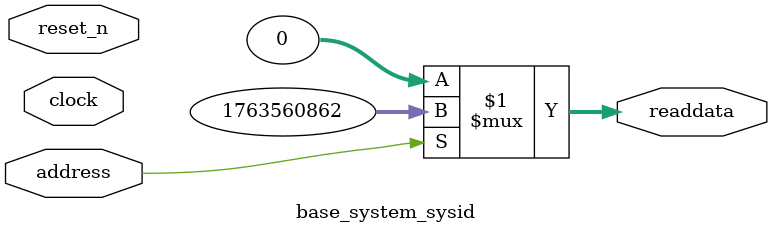
<source format=v>



// synthesis translate_off
`timescale 1ns / 1ps
// synthesis translate_on

// turn off superfluous verilog processor warnings 
// altera message_level Level1 
// altera message_off 10034 10035 10036 10037 10230 10240 10030 

module base_system_sysid (
               // inputs:
                address,
                clock,
                reset_n,

               // outputs:
                readdata
             )
;

  output  [ 31: 0] readdata;
  input            address;
  input            clock;
  input            reset_n;

  wire    [ 31: 0] readdata;
  //control_slave, which is an e_avalon_slave
  assign readdata = address ? 1763560862 : 0;

endmodule



</source>
